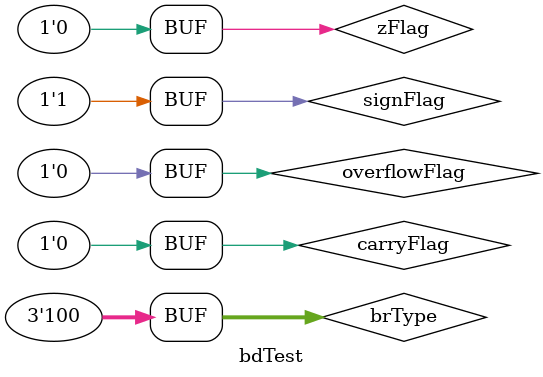
<source format=v>
`timescale 1ns / 1ps


module bdTest;

	// Inputs
	reg zFlag;
	reg carryFlag;
	reg signFlag;
	reg overflowFlag;
	reg [2:0] brType;

	// Outputs
	wire brTrue;

	// Instantiate the Unit Under Test (UUT)
	BranchDecider uut (
		.zFlag(zFlag), 
		.carryFlag(carryFlag), 
		.signFlag(signFlag), 
		.overflowFlag(overflowFlag), 
		.brType(brType), 
		.brTrue(brTrue)
	);

	initial begin
		// Initialize Inputs
		zFlag = 0;
		carryFlag = 0;
		signFlag = 0;
		overflowFlag = 0;
		brType = 0;

		// Wait 100 ns for global reset to finish
		#100;
        
		zFlag = 1;
		brType = 0;
		
		#100
		carryFlag = 0;
		brType = 1;
		
		#100;
		signFlag = 1;
		brType = 2;
		
		#100
		overflowFlag = 0;
		brType = 3;
		
		#100
		zFlag = 0;
		brType = 4;
		// Add stimulus here

	end
      
endmodule


</source>
